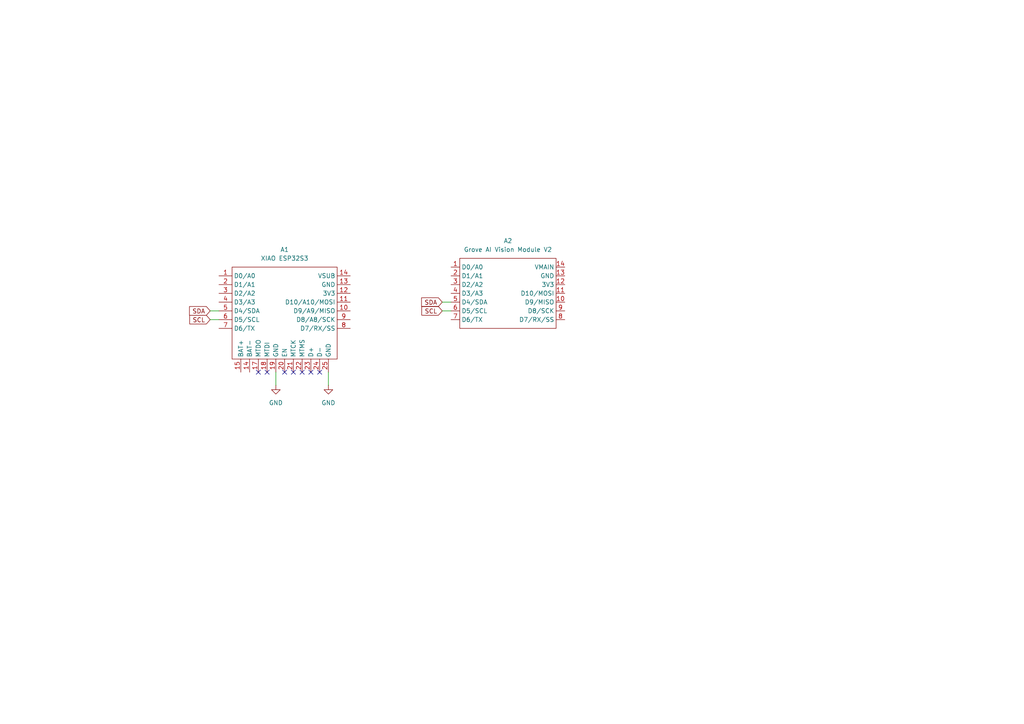
<source format=kicad_sch>
(kicad_sch (version 20231120) (generator "eeschema") (generator_version "8.0")
  (paper "A4")
  (lib_symbols
    (symbol "board-connections:Grove-AI-Vision-Module-V2"
      (property "Reference" "A" (at 0 15.494 0))
      (property "Value" "Grove AI Vision Module V2" (at 0 12.446 0))
      (symbol "Grove-AI-Vision-Module-V2_0_1"
        (rectangle (start -13.97 10.16) (end 13.97 -10.16))
      )
      (symbol "Grove-AI-Vision-Module-V2_1_1"
        (pin bidirectional line (at -16.51 7.62 0) (length 2.54) (name "D0/A0") (number "1"))
        (pin bidirectional line (at 16.51 -2.54 180) (length 2.54) (name "D9/MISO") (number "10"))
        (pin bidirectional line (at 16.51 0 180) (length 2.54) (name "D10/MOSI") (number "11"))
        (pin output line (at 16.51 2.54 180) (length 2.54) (name "3V3") (number "12"))
        (pin output line (at 16.51 5.08 180) (length 2.54) (name "GND") (number "13"))
        (pin input line (at 16.51 7.62 180) (length 2.54) (name "VMAIN") (number "14"))
        (pin bidirectional line (at -16.51 5.08 0) (length 2.54) (name "D1/A1") (number "2"))
        (pin bidirectional line (at -16.51 2.54 0) (length 2.54) (name "D2/A2") (number "3"))
        (pin bidirectional line (at -16.51 0 0) (length 2.54) (name "D3/A3") (number "4"))
        (pin bidirectional line (at -16.51 -2.54 0) (length 2.54) (name "D4/SDA") (number "5"))
        (pin bidirectional line (at -16.51 -5.08 0) (length 2.54) (name "D5/SCL") (number "6"))
        (pin bidirectional line (at -16.51 -7.62 0) (length 2.54) (name "D6/TX") (number "7"))
        (pin bidirectional line (at 16.51 -7.62 180) (length 2.54) (name "D7/RX/SS") (number "8"))
        (pin bidirectional line (at 16.51 -5.08 180) (length 2.54) (name "D8/SCK") (number "9"))
      )
    )
    (symbol "board-connections:XIAO-ESP32S3"
      (property "Reference" "A" (at 0 17.018 0))
      (property "Value" "XIAO ESP32S3" (at 0.508 14.224 0))
      (symbol "XIAO-ESP32S3_0_1"
        (rectangle (start -15.24 12.7) (end 15.24 -13.97))
      )
      (symbol "XIAO-ESP32S3_1_1"
        (pin bidirectional line (at -19.05 10.16 0) (length 3.81) (name "D0/A0") (number "1"))
        (pin bidirectional line (at 19.05 0 180) (length 3.81) (name "D9/A9/MISO") (number "10"))
        (pin bidirectional line (at 19.05 2.54 180) (length 3.81) (name "D10/A10/MOSI") (number "11"))
        (pin input line (at 19.05 5.08 180) (length 3.81) (name "3V3") (number "12"))
        (pin output line (at 19.05 7.62 180) (length 3.81) (name "GND") (number "13"))
        (pin output line (at -10.16 -17.78 90) (length 3.81) (name "BAT-") (number "14"))
        (pin output line (at 19.05 10.16 180) (length 3.81) (name "VSUB") (number "14"))
        (pin input line (at -12.7 -17.78 90) (length 3.81) (name "BAT+") (number "15"))
        (pin bidirectional line (at -7.62 -17.78 90) (length 3.81) (name "MTDO") (number "17"))
        (pin bidirectional line (at -5.08 -17.78 90) (length 3.81) (name "MTDI") (number "18"))
        (pin bidirectional line (at -2.54 -17.78 90) (length 3.81) (name "GND") (number "19"))
        (pin bidirectional line (at -19.05 7.62 0) (length 3.81) (name "D1/A1") (number "2"))
        (pin bidirectional line (at 0 -17.78 90) (length 3.81) (name "EN") (number "20"))
        (pin bidirectional line (at 2.54 -17.78 90) (length 3.81) (name "MTCK") (number "21"))
        (pin bidirectional line (at 5.08 -17.78 90) (length 3.81) (name "MTMS") (number "22"))
        (pin bidirectional line (at 7.62 -17.78 90) (length 3.81) (name "D+") (number "23"))
        (pin bidirectional line (at 10.16 -17.78 90) (length 3.81) (name "D-") (number "24"))
        (pin output line (at 12.7 -17.78 90) (length 3.81) (name "GND") (number "25"))
        (pin bidirectional line (at -19.05 5.08 0) (length 3.81) (name "D2/A2") (number "3"))
        (pin bidirectional line (at -19.05 2.54 0) (length 3.81) (name "D3/A3") (number "4"))
        (pin bidirectional line (at -19.05 0 0) (length 3.81) (name "D4/SDA") (number "5"))
        (pin bidirectional line (at -19.05 -2.54 0) (length 3.81) (name "D5/SCL") (number "6"))
        (pin bidirectional line (at -19.05 -5.08 0) (length 3.81) (name "D6/TX") (number "7"))
        (pin bidirectional line (at 19.05 -5.08 180) (length 3.81) (name "D7/RX/SS") (number "8"))
        (pin bidirectional line (at 19.05 -2.54 180) (length 3.81) (name "D8/A8/SCK") (number "9"))
      )
    )
    (symbol "power:GND" (power) (pin_numbers hide) (pin_names (offset 0) hide)
      (property "Value" "GND" (at 0 -3.81 0))
      (symbol "GND_0_1"
        (polyline (pts (xy 0 0) (xy 0 -1.27) (xy 1.27 -1.27) (xy 0 -2.54) (xy -1.27 -1.27) (xy 0 -1.27)))
      )
      (symbol "GND_1_1"
        (pin power_in line (at 0 0 270) (length 0) (name "~") (number "1"))
      )
    )
  )
  (no_connect (at 92.71 107.95))
  (no_connect (at 74.93 107.95))
  (no_connect (at 77.47 107.95))
  (no_connect (at 90.17 107.95))
  (no_connect (at 87.63 107.95))
  (no_connect (at 85.09 107.95))
  (no_connect (at 82.55 107.95))
  (wire (pts (xy 60.96 90.17) (xy 63.5 90.17)))
  (wire (pts (xy 95.25 111.76) (xy 95.25 107.95)))
  (wire (pts (xy 60.96 92.71) (xy 63.5 92.71)))
  (wire (pts (xy 80.01 111.76) (xy 80.01 107.95)))
  (wire (pts (xy 128.27 87.63) (xy 130.81 87.63)))
  (wire (pts (xy 128.27 90.17) (xy 130.81 90.17)))
  (global_label "SCL" (shape input) (at 60.96 92.71 180) (property "Intersheetrefs" "${INTERSHEET_REFS}" (effects (hide yes))))
  (global_label "SDA" (shape input) (at 128.27 87.63 180) (property "Intersheetrefs" "${INTERSHEET_REFS}" (effects (hide yes))))
  (global_label "SDA" (shape input) (at 60.96 90.17 180) (property "Intersheetrefs" "${INTERSHEET_REFS}" (effects (hide yes))))
  (global_label "SCL" (shape input) (at 128.27 90.17 180) (property "Intersheetrefs" "${INTERSHEET_REFS}" (effects (hide yes))))
  (symbol (lib_id "power:GND") (at 80.01 111.76 0) (unit 1)
    (property "Reference" "#PWR01" (effects (hide yes)))
    (property "Value" "GND" (at 80.01 116.84 0))
    (property "Description" "Power symbol creates a global label with name \"GND\" , ground" (effects (hide yes)))
  )
  (symbol (lib_id "power:GND") (at 95.25 111.76 0) (unit 1)
    (property "Reference" "#PWR02" (effects (hide yes)))
    (property "Value" "GND" (at 95.25 116.84 0))
    (property "Description" "Power symbol creates a global label with name \"GND\" , ground" (effects (hide yes)))
  )
  (symbol (lib_id "board-connections:XIAO-ESP32S3") (at 82.55 90.17 0) (unit 1)
    (property "Reference" "A1" (at 82.55 72.39 0))
    (property "Value" "XIAO ESP32S3" (at 82.55 74.93 0))
    (property "Footprint" "board_board_connection:XIAO ESP32S3 SMD" (effects (hide yes)))
    (property "Datasheet" "https://wiki.seeedstudio.com/xiao_esp32s3_getting_started/#for-seeed-studio-xiao-esp32s3" (effects (hide yes)))
  )
  (symbol (lib_id "board-connections:Grove-AI-Vision-Module-V2") (at 147.32 85.09 0) (unit 1)
    (property "Reference" "A2" (at 147.32 69.85 0))
    (property "Value" "Grove AI Vision Module V2" (at 147.32 72.39 0))
    (property "Footprint" "board_board_connection:Grove_ai_vision_module_v2_headerless" (effects (hide yes)))
    (property "Datasheet" "https://wiki.seeedstudio.com/grove_vision_ai_v2/#resources" (effects (hide yes)))
  )
)
</source>
